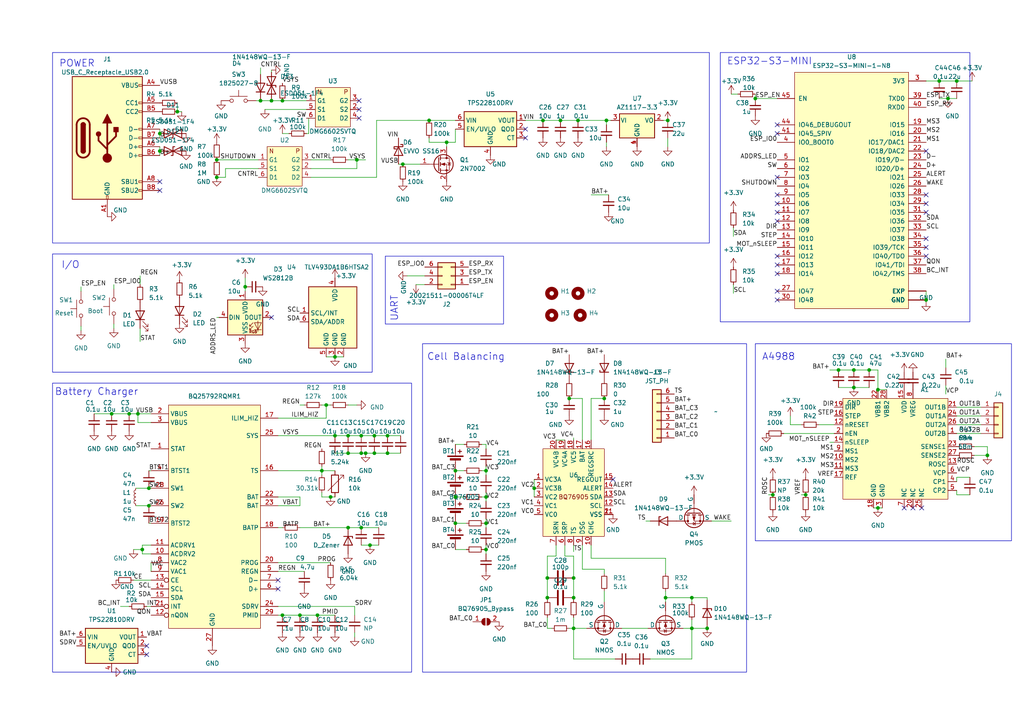
<source format=kicad_sch>
(kicad_sch (version 20230121) (generator eeschema)
  (paper "A4")
  (junction (at 108.585 131.445))
  (junction (at 193.04 173.355))
  (junction (at 274.955 28.575))
  (junction (at 158.75 173.355))
  (junction (at 95.885 144.145))
  (junction (at 94.615 117.475))
  (junction (at 78.74 29.21))
  (junction (at 32.385 120.015))
  (junction (at 167.64 34.925))
  (junction (at 97.155 103.505))
  (junction (at 62.865 51.435))
  (junction (at 112.395 131.445))
  (junction (at 254.635 113.03))
  (junction (at 81.915 178.435))
  (junction (at 140.97 136.525))
  (junction (at 132.08 151.765))
  (junction (at 93.345 136.525))
  (junction (at 247.65 107.315))
  (junction (at 193.675 34.925))
  (junction (at 224.155 143.51))
  (junction (at 124.46 34.925))
  (junction (at 43.18 146.685))
  (junction (at 62.865 46.355))
  (junction (at 157.48 34.925))
  (junction (at 100.965 126.365))
  (junction (at 254.635 147.32))
  (junction (at 154.94 141.605))
  (junction (at 107.315 158.115))
  (junction (at 162.56 34.925))
  (junction (at 116.84 47.625))
  (junction (at 140.97 151.765))
  (junction (at 272.415 23.495))
  (junction (at 252.095 107.315))
  (junction (at 166.37 182.245))
  (junction (at 140.97 144.145))
  (junction (at 104.775 153.035))
  (junction (at 268.605 86.995))
  (junction (at 277.495 23.495))
  (junction (at 112.395 126.365))
  (junction (at 132.08 144.145))
  (junction (at 106.045 131.445))
  (junction (at 243.205 107.315))
  (junction (at 175.895 34.925))
  (junction (at 103.505 46.355))
  (junction (at 46.355 38.735))
  (junction (at 71.12 83.185))
  (junction (at 175.26 115.57))
  (junction (at 166.37 173.355))
  (junction (at 51.435 32.385))
  (junction (at 233.68 143.51))
  (junction (at 132.08 136.525))
  (junction (at 43.18 141.605))
  (junction (at 37.465 120.015))
  (junction (at 205.105 182.245))
  (junction (at 200.66 173.355))
  (junction (at 108.585 126.365))
  (junction (at 219.075 28.575))
  (junction (at 200.66 182.245))
  (junction (at 75.565 29.21))
  (junction (at 46.355 43.815))
  (junction (at 97.155 126.365))
  (junction (at 247.65 112.395))
  (junction (at 92.075 178.435))
  (junction (at 100.965 153.035))
  (junction (at 158.75 167.64))
  (junction (at 165.1 115.57))
  (junction (at 41.275 159.385))
  (junction (at 100.965 131.445))
  (junction (at 40.005 120.015))
  (junction (at 286.385 132.08))
  (junction (at 81.915 29.21))
  (junction (at 86.995 178.435))
  (junction (at 104.775 126.365))
  (junction (at 129.54 41.275))
  (junction (at 166.37 167.64))
  (junction (at 140.97 159.385))
  (junction (at 104.775 131.445))
  (no_connect (at 225.425 59.055))
  (no_connect (at 152.4 40.005))
  (no_connect (at 268.605 69.215))
  (no_connect (at 225.425 36.195))
  (no_connect (at 152.4 37.465))
  (no_connect (at 225.425 86.995))
  (no_connect (at 268.605 43.815))
  (no_connect (at 268.605 56.515))
  (no_connect (at 225.425 79.375))
  (no_connect (at 268.605 71.755))
  (no_connect (at 42.545 187.325))
  (no_connect (at 225.425 74.295))
  (no_connect (at 268.605 59.055))
  (no_connect (at 46.355 55.245))
  (no_connect (at 225.425 56.515))
  (no_connect (at 78.74 92.075))
  (no_connect (at 46.355 52.705))
  (no_connect (at 225.425 61.595))
  (no_connect (at 104.14 29.21))
  (no_connect (at 262.255 147.32))
  (no_connect (at 177.8 139.065))
  (no_connect (at 42.545 189.865))
  (no_connect (at 268.605 74.295))
  (no_connect (at 104.14 34.29))
  (no_connect (at 104.14 31.75))
  (no_connect (at 225.425 38.735))
  (no_connect (at 225.425 76.835))
  (no_connect (at 268.605 61.595))
  (no_connect (at 267.335 147.32))
  (no_connect (at 80.645 170.815))
  (no_connect (at 80.645 168.275))
  (no_connect (at 225.425 64.135))
  (no_connect (at 264.795 147.32))
  (no_connect (at 225.425 51.435))
  (no_connect (at 225.425 84.455))
  (wire (pts (xy 106.045 131.445) (xy 108.585 131.445)))
  (wire (pts (xy 240.665 128.27) (xy 241.935 128.27)))
  (wire (pts (xy 160.02 182.245) (xy 158.75 182.245)))
  (wire (pts (xy 237.49 123.19) (xy 241.935 123.19)))
  (wire (pts (xy 89.535 34.29) (xy 88.9 34.29)))
  (wire (pts (xy 75.565 29.21) (xy 78.74 29.21)))
  (wire (pts (xy 37.465 120.015) (xy 40.005 120.015)))
  (wire (pts (xy 88.9 38.735) (xy 89.535 38.735)))
  (wire (pts (xy 212.725 68.58) (xy 212.725 66.04)))
  (wire (pts (xy 212.09 151.13) (xy 206.375 151.13)))
  (wire (pts (xy 132.08 41.275) (xy 129.54 41.275)))
  (wire (pts (xy 205.105 182.245) (xy 205.105 181.61)))
  (wire (pts (xy 100.965 126.365) (xy 104.775 126.365)))
  (wire (pts (xy 187.96 182.245) (xy 180.34 182.245)))
  (wire (pts (xy 167.64 34.925) (xy 175.895 34.925)))
  (wire (pts (xy 282.575 132.08) (xy 286.385 132.08)))
  (wire (pts (xy 112.395 131.445) (xy 116.205 131.445)))
  (wire (pts (xy 161.29 161.29) (xy 161.29 158.115)))
  (wire (pts (xy 40.64 82.55) (xy 40.64 80.01)))
  (wire (pts (xy 284.48 120.65) (xy 277.495 120.65)))
  (wire (pts (xy 78.74 29.21) (xy 81.915 29.21)))
  (wire (pts (xy 102.87 175.895) (xy 80.645 175.895)))
  (wire (pts (xy 229.235 123.19) (xy 232.41 123.19)))
  (wire (pts (xy 65.405 48.895) (xy 65.405 51.435)))
  (wire (pts (xy 43.815 122.555) (xy 40.005 122.555)))
  (wire (pts (xy 80.645 163.195) (xy 95.885 163.195)))
  (wire (pts (xy 62.865 92.075) (xy 63.5 92.075)))
  (wire (pts (xy 104.775 126.365) (xy 108.585 126.365)))
  (wire (pts (xy 193.04 173.355) (xy 200.66 173.355)))
  (wire (pts (xy 40.005 120.015) (xy 43.815 120.015)))
  (wire (pts (xy 178.435 191.135) (xy 166.37 191.135)))
  (wire (pts (xy 140.97 128.905) (xy 140.97 130.175)))
  (wire (pts (xy 134.62 128.905) (xy 132.08 128.905)))
  (wire (pts (xy 166.37 182.245) (xy 165.1 182.245)))
  (wire (pts (xy 100.965 153.035) (xy 104.775 153.035)))
  (wire (pts (xy 37.465 120.015) (xy 32.385 120.015)))
  (wire (pts (xy 247.65 112.395) (xy 252.095 112.395)))
  (wire (pts (xy 140.97 150.495) (xy 140.97 151.765)))
  (wire (pts (xy 132.08 37.465) (xy 132.08 41.275)))
  (wire (pts (xy 268.605 84.455) (xy 268.605 86.995)))
  (wire (pts (xy 33.02 82.55) (xy 33.02 83.82)))
  (wire (pts (xy 175.26 165.1) (xy 175.26 166.37)))
  (wire (pts (xy 34.925 175.895) (xy 37.465 175.895)))
  (wire (pts (xy 97.155 131.445) (xy 100.965 131.445)))
  (wire (pts (xy 89.535 38.735) (xy 89.535 34.29)))
  (wire (pts (xy 97.155 126.365) (xy 100.965 126.365)))
  (wire (pts (xy 157.48 34.925) (xy 162.56 34.925)))
  (wire (pts (xy 274.32 114.3) (xy 274.32 111.76)))
  (wire (pts (xy 76.835 31.75) (xy 88.9 31.75)))
  (wire (pts (xy 80.645 121.285) (xy 94.615 121.285)))
  (wire (pts (xy 108.585 126.365) (xy 112.395 126.365)))
  (wire (pts (xy 282.575 129.54) (xy 286.385 129.54)))
  (wire (pts (xy 205.105 173.99) (xy 205.105 173.355)))
  (wire (pts (xy 38.735 159.385) (xy 41.275 159.385)))
  (wire (pts (xy 115.57 47.625) (xy 116.84 47.625)))
  (wire (pts (xy 161.29 127.635) (xy 163.83 127.635)))
  (wire (pts (xy 163.83 158.115) (xy 163.83 161.29)))
  (wire (pts (xy 284.48 125.73) (xy 277.495 125.73)))
  (wire (pts (xy 168.91 158.115) (xy 168.91 165.1)))
  (wire (pts (xy 103.505 48.895) (xy 103.505 46.355)))
  (wire (pts (xy 46.355 38.735) (xy 46.355 40.005)))
  (wire (pts (xy 39.37 141.605) (xy 43.18 141.605)))
  (wire (pts (xy 140.97 158.115) (xy 140.97 159.385)))
  (wire (pts (xy 281.94 23.495) (xy 277.495 23.495)))
  (wire (pts (xy 171.45 115.57) (xy 171.45 127.635)))
  (wire (pts (xy 193.675 42.545) (xy 193.675 40.005)))
  (wire (pts (xy 104.775 131.445) (xy 106.045 131.445)))
  (wire (pts (xy 219.075 27.305) (xy 219.075 28.575)))
  (wire (pts (xy 166.37 160.02) (xy 166.37 158.115)))
  (wire (pts (xy 90.17 51.435) (xy 109.22 51.435)))
  (wire (pts (xy 100.965 131.445) (xy 104.775 131.445)))
  (wire (pts (xy 43.815 160.655) (xy 41.275 160.655)))
  (wire (pts (xy 175.26 171.45) (xy 175.26 174.625)))
  (wire (pts (xy 43.18 136.525) (xy 43.815 136.525)))
  (wire (pts (xy 93.345 136.525) (xy 97.155 136.525)))
  (wire (pts (xy 32.385 120.015) (xy 27.305 120.015)))
  (wire (pts (xy 46.355 43.815) (xy 46.355 45.085)))
  (wire (pts (xy 109.22 34.925) (xy 124.46 34.925)))
  (wire (pts (xy 274.32 104.14) (xy 274.32 106.68)))
  (wire (pts (xy 193.04 171.45) (xy 193.04 173.355)))
  (wire (pts (xy 140.97 151.765) (xy 140.335 151.765)))
  (wire (pts (xy 75.565 19.685) (xy 75.565 21.59)))
  (wire (pts (xy 140.97 144.145) (xy 139.7 144.145)))
  (wire (pts (xy 40.005 122.555) (xy 40.005 120.015)))
  (wire (pts (xy 41.275 158.115) (xy 43.815 158.115)))
  (wire (pts (xy 43.815 163.195) (xy 43.815 165.735)))
  (wire (pts (xy 135.255 159.385) (xy 132.08 159.385)))
  (wire (pts (xy 152.4 34.925) (xy 157.48 34.925)))
  (wire (pts (xy 43.18 151.765) (xy 43.815 151.765)))
  (wire (pts (xy 124.46 40.005) (xy 124.46 41.275)))
  (wire (pts (xy 80.645 146.685) (xy 86.995 146.685)))
  (wire (pts (xy 240.665 107.315) (xy 243.205 107.315)))
  (wire (pts (xy 277.495 23.495) (xy 272.415 23.495)))
  (wire (pts (xy 81.915 178.435) (xy 86.995 178.435)))
  (wire (pts (xy 166.37 127) (xy 166.37 127.635)))
  (wire (pts (xy 104.775 158.115) (xy 107.315 158.115)))
  (wire (pts (xy 243.205 107.315) (xy 247.65 107.315)))
  (wire (pts (xy 277.495 142.24) (xy 277.495 143.51)))
  (wire (pts (xy 166.37 167.64) (xy 166.37 173.355)))
  (wire (pts (xy 94.615 117.475) (xy 95.885 117.475)))
  (wire (pts (xy 175.895 36.195) (xy 175.895 34.925)))
  (wire (pts (xy 200.66 174.625) (xy 200.66 173.355)))
  (wire (pts (xy 227.33 125.73) (xy 241.935 125.73)))
  (wire (pts (xy 108.585 131.445) (xy 112.395 131.445)))
  (wire (pts (xy 200.66 179.705) (xy 200.66 182.245)))
  (wire (pts (xy 46.355 37.465) (xy 46.355 38.735)))
  (wire (pts (xy 175.895 34.925) (xy 177.165 34.925)))
  (wire (pts (xy 175.895 42.545) (xy 175.895 41.275)))
  (wire (pts (xy 62.865 46.355) (xy 74.93 46.355)))
  (wire (pts (xy 102.87 184.785) (xy 102.87 183.515)))
  (wire (pts (xy 193.04 173.355) (xy 193.04 174.625)))
  (wire (pts (xy 78.74 28.575) (xy 78.74 29.21)))
  (wire (pts (xy 129.54 41.275) (xy 129.54 42.545)))
  (wire (pts (xy 23.495 94.615) (xy 23.495 95.885)))
  (wire (pts (xy 93.345 117.475) (xy 94.615 117.475)))
  (wire (pts (xy 193.675 34.925) (xy 192.405 34.925)))
  (wire (pts (xy 104.775 153.035) (xy 109.855 153.035)))
  (wire (pts (xy 90.17 48.895) (xy 103.505 48.895)))
  (wire (pts (xy 107.315 158.115) (xy 109.855 158.115)))
  (wire (pts (xy 139.7 128.905) (xy 140.97 128.905)))
  (wire (pts (xy 162.56 34.925) (xy 167.64 34.925)))
  (wire (pts (xy 274.955 28.575) (xy 272.415 28.575)))
  (wire (pts (xy 124.46 34.925) (xy 132.08 34.925)))
  (wire (pts (xy 93.345 135.255) (xy 93.345 136.525)))
  (wire (pts (xy 94.615 121.285) (xy 94.615 117.475)))
  (wire (pts (xy 86.995 153.035) (xy 100.965 153.035)))
  (wire (pts (xy 116.84 47.625) (xy 121.92 47.625)))
  (wire (pts (xy 229.235 120.65) (xy 229.235 123.19)))
  (wire (pts (xy 166.37 179.07) (xy 166.37 182.245)))
  (wire (pts (xy 140.97 136.525) (xy 140.97 137.795)))
  (wire (pts (xy 109.22 51.435) (xy 109.22 34.925)))
  (wire (pts (xy 46.355 42.545) (xy 46.355 43.815)))
  (wire (pts (xy 254.635 147.32) (xy 253.365 147.32)))
  (wire (pts (xy 23.495 83.185) (xy 23.495 84.455)))
  (wire (pts (xy 102.87 178.435) (xy 102.87 175.895)))
  (wire (pts (xy 90.17 46.355) (xy 95.885 46.355)))
  (wire (pts (xy 243.205 112.395) (xy 247.65 112.395)))
  (wire (pts (xy 51.435 29.845) (xy 51.435 32.385)))
  (wire (pts (xy 41.275 159.385) (xy 41.275 158.115)))
  (wire (pts (xy 86.995 117.475) (xy 88.265 117.475)))
  (wire (pts (xy 62.865 51.435) (xy 65.405 51.435)))
  (wire (pts (xy 43.18 141.605) (xy 43.815 141.605)))
  (wire (pts (xy 94.615 103.505) (xy 97.155 103.505)))
  (wire (pts (xy 188.595 191.135) (xy 200.66 191.135)))
  (wire (pts (xy 277.495 139.7) (xy 277.495 138.43)))
  (wire (pts (xy 268.605 23.495) (xy 272.415 23.495)))
  (wire (pts (xy 158.75 161.29) (xy 158.75 167.64)))
  (wire (pts (xy 200.66 173.355) (xy 205.105 173.355)))
  (wire (pts (xy 168.91 115.57) (xy 165.1 115.57)))
  (wire (pts (xy 277.495 143.51) (xy 281.305 143.51)))
  (wire (pts (xy 123.19 80.01) (xy 118.11 80.01)))
  (wire (pts (xy 123.19 82.55) (xy 120.65 82.55)))
  (wire (pts (xy 80.645 126.365) (xy 97.155 126.365)))
  (wire (pts (xy 38.735 168.275) (xy 43.815 168.275)))
  (wire (pts (xy 193.04 161.925) (xy 193.04 166.37)))
  (wire (pts (xy 161.29 161.29) (xy 158.75 161.29)))
  (wire (pts (xy 132.08 144.145) (xy 134.62 144.145)))
  (wire (pts (xy 187.325 151.13) (xy 188.595 151.13)))
  (wire (pts (xy 286.385 129.54) (xy 286.385 132.08)))
  (wire (pts (xy 158.75 173.99) (xy 158.75 173.355)))
  (wire (pts (xy 200.66 182.245) (xy 198.12 182.245)))
  (wire (pts (xy 158.75 167.64) (xy 158.75 173.355)))
  (wire (pts (xy 74.295 29.21) (xy 75.565 29.21)))
  (wire (pts (xy 212.09 27.305) (xy 213.995 27.305)))
  (wire (pts (xy 92.075 178.435) (xy 97.155 178.435)))
  (wire (pts (xy 254.635 147.32) (xy 255.905 147.32)))
  (wire (pts (xy 80.645 178.435) (xy 81.915 178.435)))
  (wire (pts (xy 140.97 135.255) (xy 140.97 136.525)))
  (wire (pts (xy 71.12 83.185) (xy 71.12 84.455)))
  (wire (pts (xy 42.545 175.895) (xy 43.815 175.895)))
  (wire (pts (xy 80.645 144.145) (xy 86.995 144.145)))
  (wire (pts (xy 78.74 20.32) (xy 78.74 20.955)))
  (wire (pts (xy 80.645 136.525) (xy 93.345 136.525)))
  (wire (pts (xy 175.26 165.1) (xy 168.91 165.1)))
  (wire (pts (xy 154.94 139.065) (xy 154.94 141.605)))
  (wire (pts (xy 212.725 85.09) (xy 212.725 82.55)))
  (wire (pts (xy 86.995 144.145) (xy 86.995 146.685)))
  (wire (pts (xy 41.275 159.385) (xy 41.275 160.655)))
  (wire (pts (xy 268.605 86.995) (xy 268.605 87.63)))
  (wire (pts (xy 232.41 143.51) (xy 233.68 143.51)))
  (wire (pts (xy 284.48 118.11) (xy 277.495 118.11)))
  (wire (pts (xy 154.94 141.605) (xy 154.94 144.145)))
  (wire (pts (xy 40.64 99.06) (xy 40.64 95.25)))
  (wire (pts (xy 43.18 146.685) (xy 39.37 146.685)))
  (wire (pts (xy 254.635 107.315) (xy 254.635 113.03)))
  (wire (pts (xy 97.155 103.505) (xy 99.695 103.505)))
  (wire (pts (xy 284.48 123.19) (xy 277.495 123.19)))
  (wire (pts (xy 71.12 80.645) (xy 71.12 83.185)))
  (wire (pts (xy 277.495 138.43) (xy 281.305 138.43)))
  (wire (pts (xy 140.97 144.145) (xy 140.97 145.415)))
  (wire (pts (xy 140.97 142.875) (xy 140.97 144.145)))
  (wire (pts (xy 140.97 159.385) (xy 140.335 159.385)))
  (wire (pts (xy 95.885 144.145) (xy 97.155 144.145)))
  (wire (pts (xy 93.345 136.525) (xy 93.345 137.795)))
  (wire (pts (xy 254.635 113.03) (xy 257.175 113.03)))
  (wire (pts (xy 200.66 191.135) (xy 200.66 182.245)))
  (wire (pts (xy 132.08 136.525) (xy 134.62 136.525)))
  (wire (pts (xy 103.505 46.355) (xy 100.965 46.355)))
  (wire (pts (xy 171.45 115.57) (xy 175.26 115.57)))
  (wire (pts (xy 171.45 161.925) (xy 193.04 161.925)))
  (wire (pts (xy 86.995 178.435) (xy 92.075 178.435)))
  (wire (pts (xy 140.97 159.385) (xy 140.97 160.655)))
  (wire (pts (xy 52.705 32.385) (xy 51.435 32.385)))
  (wire (pts (xy 100.965 117.475) (xy 103.505 117.475)))
  (wire (pts (xy 171.45 158.115) (xy 171.45 161.925)))
  (wire (pts (xy 43.18 146.685) (xy 43.815 146.685)))
  (wire (pts (xy 168.91 127.635) (xy 168.91 115.57)))
  (wire (pts (xy 112.395 126.365) (xy 116.205 126.365)))
  (wire (pts (xy 93.345 142.875) (xy 93.345 144.145)))
  (wire (pts (xy 225.425 28.575) (xy 219.075 28.575)))
  (wire (pts (xy 277.495 28.575) (xy 274.955 28.575)))
  (wire (pts (xy 163.83 161.29) (xy 166.37 161.29)))
  (wire (pts (xy 158.75 179.07) (xy 158.75 182.245)))
  (wire (pts (xy 252.095 107.315) (xy 254.635 107.315)))
  (wire (pts (xy 135.255 151.765) (xy 132.08 151.765)))
  (wire (pts (xy 170.18 182.245) (xy 166.37 182.245)))
  (wire (pts (xy 247.65 107.315) (xy 252.095 107.315)))
  (wire (pts (xy 81.915 38.735) (xy 83.82 38.735)))
  (wire (pts (xy 222.885 143.51) (xy 224.155 143.51)))
  (wire (pts (xy 205.105 182.245) (xy 200.66 182.245)))
  (wire (pts (xy 140.97 151.765) (xy 140.97 153.035)))
  (wire (pts (xy 124.46 41.275) (xy 129.54 41.275)))
  (wire (pts (xy 166.37 161.29) (xy 166.37 167.64)))
  (wire (pts (xy 166.37 191.135) (xy 166.37 182.245)))
  (wire (pts (xy 93.345 144.145) (xy 95.885 144.145)))
  (wire (pts (xy 74.93 48.895) (xy 65.405 48.895)))
  (wire (pts (xy 171.45 56.515) (xy 176.53 56.515)))
  (wire (pts (xy 166.37 173.99) (xy 166.37 173.355)))
  (wire (pts (xy 81.915 29.21) (xy 88.9 29.21)))
  (wire (pts (xy 140.97 136.525) (xy 139.7 136.525)))
  (wire (pts (xy 80.645 165.735) (xy 88.265 165.735)))
  (wire (pts (xy 81.915 153.035) (xy 80.645 153.035)))
  (wire (pts (xy 106.045 46.355) (xy 103.505 46.355)))
  (wire (pts (xy 33.02 93.98) (xy 33.02 95.25)))
  (rectangle (start 15.24 111.125) (end 119.38 194.945))
  (rectangle (start 208.915 15.24) (end 281.305 93.345))
  (rectangle (start 146.05 74.295) (end 111.76 93.98))
  (rectangle (start 122.555 99.695) (end 216.535 194.945))
  (rectangle (start 15.24 15.24) (end 205.74 70.485))
  (rectangle (start 15.24 73.66) (end 107.95 107.95))
  (rectangle (start 219.075 99.695) (end 293.37 156.845))
  (text "					" (at 49.53 94.615 0) (effects (font (size 5.08 5.08)) (justify left bottom)))
  (text "Battery Charger\n" (at 15.875 114.935 0) (effects (font (size 2.032 2.032)) (justify left bottom)))
  (text "POWER\n" (at 17.145 19.685 0) (effects (font (size 2 2)) (justify left bottom)))
  (text "Cell Balancing" (at 123.825 104.775 0) (effects (font (size 2.032 2.032)) (justify left bottom)))
  (text "I/O\n" (at 17.78 78.105 0) (effects (font (size 2 2)) (justify left bottom)))
  (text "UART\n" (at 115.57 93.345 90) (effects (font (size 2.032 2.032)) (justify left bottom)))
  (text "ESP32-S3-MINI\n" (at 210.82 19.05 0) (effects (font (size 2 2)) (justify left bottom)))
  (text "A4988\n" (at 220.98 104.775 0) (effects (font (size 2.032 2.032)) (justify left bottom)))
  (label "ALERT" (at 268.605 51.435 0))
  (label "SCL" (at 43.815 170.815 180))
  (label "VIN" (at 154.94 34.925 180))
  (label "VSYS" (at 106.045 46.355 180))
  (label "ILIM_HIZ" (at 84.455 121.285 0))
  (label "BAT+" (at 132.08 128.905 180))
  (label "MS3" (at 241.935 135.89 180))
  (label "SW" (at 88.9 34.29 180))
  (label "STAT" (at 40.64 99.06 0))
  (label "CNTRL" (at 90.17 46.355 0))
  (label "VREF" (at 241.935 138.43 180))
  (label "BAT+" (at 90.805 153.035 0))
  (label "QON" (at 268.605 76.835 0))
  (label "BAT_C3" (at 132.08 136.525 180))
  (label "MS3" (at 268.605 36.195 0))
  (label "OUT1A" (at 278.13 120.65 0))
  (label "BAT_C1" (at 132.08 151.765 180))
  (label "VC2" (at 140.97 144.78 0))
  (label "SDA" (at 177.8 144.145 0))
  (label "OUT2B" (at 278.13 125.73 0))
  (label "STAT" (at 43.815 130.175 180))
  (label "STEP" (at 225.425 69.215 180))
  (label "D-" (at 46.355 40.005 0))
  (label "VC0" (at 154.94 149.225 180))
  (label "STEP" (at 241.935 120.65 180))
  (label "ROSC" (at 277.495 134.62 0))
  (label "ESP_RX" (at 268.605 31.115 0))
  (label "SW2" (at 43.18 146.685 0))
  (label "TS" (at 187.325 151.13 180))
  (label "DIR" (at 241.935 118.11 180))
  (label "BAT+" (at 171.45 56.515 0))
  (label "ALERT" (at 177.8 141.605 0))
  (label "ADDRS_LED" (at 225.425 46.355 180))
  (label "SDRV" (at 22.225 187.325 180))
  (label "VC3" (at 140.97 136.525 0))
  (label "CNTRL" (at 74.93 51.435 180))
  (label "ESP_TX" (at 135.89 80.01 0))
  (label "REGN" (at 86.995 117.475 180))
  (label "SHUTDOWN" (at 74.295 46.355 180))
  (label "BTST2" (at 43.18 151.765 0))
  (label "ROSC" (at 222.885 143.51 90))
  (label "VC4" (at 166.37 127 180))
  (label "VUSB" (at 39.37 120.015 0))
  (label "BAT+" (at 195.58 116.84 0))
  (label "MS1" (at 241.935 130.81 180))
  (label "BAT_C0" (at 132.08 159.385 180))
  (label "SCL" (at 212.725 85.09 0))
  (label "WAKE" (at 268.605 53.975 0))
  (label "VBAT" (at 81.915 146.685 0))
  (label "ADDRS_LED" (at 62.865 92.075 270))
  (label "OUT2A" (at 278.13 123.19 0))
  (label "BAT_C0" (at 158.75 182.245 180))
  (label "VREF" (at 232.41 143.51 90))
  (label "TS" (at 166.37 160.02 0))
  (label "BAT_C0" (at 195.58 127 0))
  (label "MOT_nSLEEP" (at 225.425 71.755 180))
  (label "ESP_RX" (at 135.89 77.47 0))
  (label "CE" (at 38.735 168.275 0))
  (label "BAT_C0" (at 137.16 180.34 180))
  (label "SCL" (at 86.995 90.805 180))
  (label "BAT+" (at 240.665 107.315 180))
  (label "VCP" (at 274.32 114.3 0))
  (label "BC_INT" (at 34.925 175.895 180))
  (label "BAT_C2" (at 132.08 144.145 180))
  (label "CNTRL" (at 75.565 19.685 0))
  (label "VIN" (at 115.57 40.005 180))
  (label "VUSB" (at 46.355 24.765 0))
  (label "VC4" (at 140.97 129.54 0))
  (label "REGN" (at 40.64 80.01 0))
  (label "TS" (at 195.58 114.3 0))
  (label "SDA" (at 86.995 93.345 180))
  (label "BAT+" (at 165.1 102.87 180))
  (label "ESP_IO0" (at 33.02 82.55 0))
  (label "BTST1" (at 43.18 136.525 0))
  (label "BAT+" (at 22.225 184.785 180))
  (label "VBAT" (at 42.545 184.785 0))
  (label "VC1" (at 154.94 146.685 180))
  (label "MS2" (at 241.935 133.35 180))
  (label "VC2" (at 154.94 141.605 180))
  (label "BAT+" (at 175.26 102.87 180))
  (label "WAKE" (at 212.09 151.13 180))
  (label "QON" (at 43.815 178.435 180))
  (label "DIR" (at 225.425 66.675 180))
  (label "SCL" (at 268.605 66.675 0))
  (label "ESP_EN" (at 23.495 83.185 0))
  (label "INT" (at 42.545 175.895 0))
  (label "ESP_TX" (at 268.605 28.575 0))
  (label "VSYS" (at 81.915 126.365 0))
  (label "BAT+" (at 274.32 104.14 0))
  (label "VC1" (at 140.97 152.4 0))
  (label "REGN" (at 80.645 165.735 0))
  (label "SDA" (at 43.815 173.355 180))
  (label "PROG" (at 92.075 163.195 0))
  (label "SDRV" (at 102.87 175.895 0))
  (label "MS2" (at 268.605 38.735 0))
  (label "BC_INT" (at 268.605 79.375 0))
  (label "SDA" (at 212.725 68.58 0))
  (label "MOT_nSLEEP" (at 240.665 128.27 180))
  (label "SCL" (at 177.8 146.685 0))
  (label "VSYS" (at 81.915 24.13 0))
  (label "VC0" (at 140.97 159.385 0))
  (label "D-" (at 268.605 46.355 0))
  (label "SDA" (at 268.605 64.135 0))
  (label "REGN" (at 93.345 130.175 180))
  (label "SW1" (at 43.18 141.605 0))
  (label "VAC" (at 43.815 164.465 0))
  (label "BAT_C3" (at 195.58 119.38 0))
  (label "BAT_C1" (at 195.58 124.46 0))
  (label "ESP_IO0" (at 225.425 41.275 180))
  (label "ESP_EN" (at 219.075 28.575 0))
  (label "SHUTDOWN" (at 225.425 53.975 180))
  (label "VC3" (at 161.29 127.635 180))
  (label "MS1" (at 268.605 41.275 0))
  (label "BATP" (at 81.915 153.035 0))
  (label "D+" (at 46.355 45.085 0))
  (label "ESP_EN" (at 135.89 82.55 0))
  (label "ESP_IO0" (at 123.19 77.47 180))
  (label "SW" (at 225.425 48.895 180))
  (label "VCP" (at 277.495 137.16 0))
  (label "PMID" (at 93.345 178.435 0))
  (label "OUT1B" (at 278.13 118.11 0))
  (label "D+" (at 268.605 48.895 0))
  (label "VUSB" (at 115.57 47.625 180))
  (label "BAT_C2" (at 195.58 121.92 0))
  (symbol (lib_id "Device:C_Small") (at 97.155 128.905 0) (unit 1)
    (property "Reference" "C11" (at 94.615 122.555 0) (effects (justify left)))
    (property "Value" "0.1u" (at 93.345 125.095 0) (effects (justify left)))
    (property "Footprint" "Capacitor_SMD:C_0402_1005Metric" (effects hide))
  )
  (symbol (lib_id "power:GND") (at 177.8 149.225 0) (unit 1)
    (property "Reference" "#PWR050" (effects hide))
    (property "Value" "GND" (at 177.8 153.67 0))
  )
  (symbol (lib_id "Connector_Generic:Conn_01x06") (at 190.5 121.92 180) (unit 1)
    (property "Reference" "J3" (at 190.5 107.95 0))
    (property "Value" "JST_PH" (at 190.5 110.49 0))
    (property "Footprint" "Connector_JST:JST_PH_B6B-PH-K_1x06_P2.00mm_Vertical" (effects hide))
  )
  (symbol (lib_id "power:GND") (at 224.155 148.59 0) (unit 1)
    (property "Reference" "#PWR062" (effects hide))
    (property "Value" "GND" (at 224.155 153.67 0))
  )
  (symbol (lib_id "LED:WS2812B") (at 71.12 92.075 0) (unit 1)
    (property "Reference" "D3" (at 80.645 78.105 0))
    (property "Value" "WS2812B" (at 80.645 80.645 0))
    (property "Footprint" "LED_SMD:LED_WS2812B_PLCC4_5.0x5.0mm_P3.2mm" (effects hide))
    (property "Datasheet" "https://cdn-shop.adafruit.com/datasheets/WS2812B.pdf" (effects hide))
  )
  (symbol (lib_id "power:GND") (at 103.505 117.475 90) (unit 1)
    (property "Reference" "#PWR033" (effects hide))
    (property "Value" "GND" (at 107.315 118.11 90) (effects (justify right)))
  )
  (symbol (lib_id "power:GND") (at 97.155 103.505 0) (unit 1)
    (property "Reference" "#PWR029" (effects hide))
    (property "Value" "GND" (at 101.6 106.045 0))
  )
  (symbol (lib_id "Device:R_Small") (at 234.95 123.19 90) (unit 1)
    (property "Reference" "R42" (at 236.855 120.65 90) (effects (justify left)))
    (property "Value" "100k" (at 236.855 118.11 90) (effects (justify left)))
    (property "Footprint" "Resistor_SMD:R_0402_1005Metric" (effects hide))
  )
  (symbol (lib_id "Device:Battery_Cell") (at 132.08 141.605 0) (unit 1)
    (property "Reference" "BT2" (at 128.27 138.43 0) (effects (justify left)))
    (property "Value" "Battery_Cell" (effects hide))
  )
  (symbol (lib_id "Device:C_Small") (at 252.095 109.855 0) (unit 1)
    (property "Reference" "C41" (at 252.095 103.505 0) (effects (justify left)))
    (property "Value" "47u" (at 252.095 105.41 0) (effects (justify left)))
    (property "Footprint" "Capacitor_SMD:CP_Elec_6.3x5.4" (effects hide))
  )
  (symbol (lib_id "Device:C_Small") (at 274.32 109.22 0) (unit 1)
    (property "Reference" "C45" (at 276.86 107.9563 0) (effects (justify left)))
    (property "Value" "0.1u" (at 278.13 110.49 0) (effects (justify left)))
    (property "Footprint" "Capacitor_SMD:C_0402_1005Metric" (effects hide))
  )
  (symbol (lib_id "Connector:USB_C_Receptacle_USB2.0") (at 31.115 40.005 0) (unit 1)
    (property "Reference" "J1" (at 31.115 17.145 0))
    (property "Value" "USB_C_Receptacle_USB2.0" (at 30.48 20.955 0))
    (property "Footprint" "Connector_USB:USB_C_Receptacle_JAE_DX07S016JA1R1500" (effects hide))
    (property "Datasheet" "https://www.usb.org/sites/default/files/documents/usb_type-c.zip" (effects hide))
  )
  (symbol (lib_id "power:+3.3V") (at 262.255 107.95 0) (unit 1)
    (property "Reference" "#PWR068" (effects hide))
    (property "Value" "+3.3V" (at 260.985 102.87 0))
  )
  (symbol (lib_id "Device:C_Small") (at 264.795 110.49 0) (unit 1)
    (property "Reference" "C43" (at 267.335 109.2263 0) (effects (justify left)))
    (property "Value" "0.22u" (at 267.335 111.7663 0) (effects (justify left)))
    (property "Footprint" "Capacitor_SMD:C_0402_1005Metric" (effects hide))
  )
  (symbol (lib_id "Device:C_Small") (at 100.965 128.905 0) (unit 1)
    (property "Reference" "C13" (at 98.425 122.555 0) (effects (justify left)))
    (property "Value" "10u" (at 98.425 125.095 0) (effects (justify left)))
    (property "Footprint" "Capacitor_SMD:C_0603_1608Metric" (effects hide))
  )
  (symbol (lib_id "ESP32-S3-MINI-1-N8:ESP32-S3-MINI-1-N8") (at 247.015 53.975 0) (unit 1)
    (property "Reference" "U8" (at 247.015 16.51 0))
    (property "Value" "ESP32-S3-MINI-1-N8" (at 247.015 19.05 0))
    (property "Footprint" "XCVR_ESP32-S3-MINI-1-N8:XCVR_ESP32-S3-MINI-1-N8" (effects hide))
    (property "PARTREV" "v0.6" (effects hide))
    (property "STANDARD" "Manufacturer Recommendations" (effects hide))
    (property "MAXIMUM_PACKAGE_HEIGHT" "2.55mm" (effects hide))
    (property "MANUFACTURER" "Espressif" (effects hide))
  )
  (symbol (lib_id "Device:C_Small") (at 175.26 118.11 0) (unit 1)
    (property "Reference" "C32" (at 177.8 116.8463 0) (effects (justify left)))
    (property "Value" "1u" (at 177.8 119.3863 0) (effects (justify left)))
    (property "Footprint" "Capacitor_SMD:C_0402_1005Metric" (effects hide))
  )
  (symbol (lib_id "power:+3.3V") (at 281.94 23.495 0) (unit 1)
    (property "Reference" "#PWR072" (effects hide))
    (property "Value" "+3.3V" (at 281.94 19.685 0))
  )
  (symbol (lib_id "power:GND") (at 53.975 38.735 0) (unit 1)
    (property "Reference" "#PWR075" (effects hide))
    (property "Value" "GND" (at 53.975 43.18 0))
  )
  (symbol (lib_id "power:GND") (at 233.68 148.59 0) (unit 1)
    (property "Reference" "#PWR065" (effects hide))
    (property "Value" "GND" (at 233.68 153.67 0))
  )
  (symbol (lib_id "Device:L_Small") (at 39.37 144.145 180) (unit 1)
    (property "Reference" "L1" (at 35.56 142.875 0) (effects (justify right)))
    (property "Value" "1u" (at 35.56 145.415 0) (effects (justify right)))
    (property "Footprint" "Inductor_SMD:L_Sunlord_MWSA0402S" (effects hide))
  )
  (symbol (lib_id "Device:R_Small") (at 193.04 168.91 0) (unit 1)
    (property "Reference" "R32" (at 195.58 167.64 0) (effects (justify left)))
    (property "Value" "5.1k" (at 195.58 170.18 0) (effects (justify left)))
    (property "Footprint" "Resistor_SMD:R_0402_1005Metric" (effects hide))
  )
  (symbol (lib_id "Device:R_Small") (at 95.885 165.735 0) (unit 1)
    (property "Reference" "R15" (at 98.425 165.1 0) (effects (justify left)))
    (property "Value" "6.04k" (at 98.425 167.64 0) (effects (justify left)))
    (property "Footprint" "Resistor_SMD:R_0402_1005Metric" (effects hide))
  )
  (symbol (lib_id "Device:D_Zener") (at 192.405 151.13 0) (unit 1)
    (property "Reference" "D9" (at 192.405 144.78 0))
    (property "Value" "1N4148WQ-13-F" (at 192.405 147.32 0))
    (property "Footprint" "Diode_SMD:D_SOD-123" (effects hide))
  )
  (symbol (lib_id "Device:D_Zener") (at 205.105 177.8 270) (unit 1)
    (property "Reference" "D10" (at 207.01 176.53 90) (effects (justify left)))
    (property "Value" "1N4148WQ-13-F" (at 207.01 179.07 90) (effects (justify left)))
    (property "Footprint" "Diode_SMD:D_SOD-123" (effects hide))
  )
  (symbol (lib_id "power:GND") (at 162.56 40.005 0) (unit 1)
    (property "Reference" "#PWR044" (effects hide))
    (property "Value" "GND" (at 162.56 45.085 0))
  )
  (symbol (lib_id "Device:C_Small") (at 97.155 180.975 0) (unit 1)
    (property "Reference" "C12" (at 97.155 179.705 0) (effects (justify left)))
    (property "Value" "10u" (at 97.155 182.245 0) (effects (justify left)))
    (property "Footprint" "Capacitor_SMD:C_0603_1608Metric" (effects hide))
  )
  (symbol (lib_id "Device:C_Small") (at 180.975 191.135 90) (unit 1)
    (property "Reference" "C35" (at 180.9813 184.15 90))
    (property "Value" "0.1u" (at 180.9813 186.69 90))
    (property "Footprint" "Capacitor_SMD:C_0402_1005Metric" (effects hide))
  )
  (symbol (lib_id "power:GND") (at 31.115 62.865 90) (unit 1)
    (property "Reference" "#PWR03" (effects hide))
    (property "Value" "GND" (at 34.925 60.96 90))
  )
  (symbol (lib_id "power:GND") (at 129.54 52.705 0) (unit 1)
    (property "Reference" "#PWR039" (effects hide))
    (property "Value" "GND" (at 129.54 57.785 0))
  )
  (symbol (lib_id "power:GND") (at 254.635 147.32 0) (unit 1)
    (property "Reference" "#PWR067" (effects hide))
    (property "Value" "GND" (at 254.635 152.4 0))
  )
  (symbol (lib_id "Device:C_Small") (at 104.775 128.905 0) (unit 1)
    (property "Reference" "C15" (at 102.235 122.555 0) (effects (justify left)))
    (property "Value" "10u" (at 102.235 125.095 0) (effects (justify left)))
    (property "Footprint" "Capacitor_SMD:C_0603_1608Metric" (effects hide))
  )
  (symbol (lib_id "Device:C_Small") (at 140.97 140.335 0) (unit 1)
    (property "Reference" "C22" (at 144.145 139.0713 0) (effects (justify left)))
    (property "Value" "220nf" (at 144.145 141.6113 0) (effects (justify left)))
    (property "Footprint" "Capacitor_SMD:C_0402_1005Metric" (effects hide))
  )
  (symbol (lib_id "Device:R_Small") (at 137.16 128.905 90) (unit 1)
    (property "Reference" "R21" (at 137.16 123.825 90))
    (property "Value" "10" (at 137.16 126.365 90))
    (property "Footprint" "Resistor_SMD:R_0402_1005Metric" (effects hide))
  )
  (symbol (lib_id "Device:R_Small") (at 175.26 113.03 0) (unit 1)
    (property "Reference" "R30" (at 177.8 111.76 0) (effects (justify left)))
    (property "Value" "0" (at 177.8 114.3 0) (effects (justify left)))
    (property "Footprint" "Resistor_SMD:R_0402_1005Metric" (effects hide))
  )
  (symbol (lib_id "power:GND") (at 102.87 184.785 0) (unit 1)
    (property "Reference" "#PWR032" (effects hide))
    (property "Value" "GND" (at 106.68 186.055 0))
  )
  (symbol (lib_id "Device:C_Small") (at 32.385 122.555 0) (unit 1)
    (property "Reference" "C2" (at 29.845 116.84 0) (effects (justify left)))
    (property "Value" "10u" (at 29.845 118.745 0) (effects (justify left)))
    (property "Footprint" "Capacitor_SMD:C_0603_1608Metric" (effects hide))
  )
  (symbol (lib_id "power:GND") (at 88.265 170.815 0) (unit 1)
    (property "Reference" "#PWR024" (effects hide))
    (property "Value" "GND" (at 88.265 175.895 0))
  )
  (symbol (lib_id "power:GND") (at 33.655 168.275 0) (unit 1)
    (property "Reference" "#PWR07" (effects hide))
    (property "Value" "GND" (at 36.83 170.18 0))
  )
  (symbol (lib_id "Device:D_Schottky") (at 115.57 43.815 270) (unit 1)
    (property "Reference" "D6" (at 116.84 41.275 90) (effects (justify left)))
    (property "Value" "EVVO SS16" (at 116.84 43.815 90) (effects (justify left)))
    (property "Footprint" "Diode_SMD:D_SMA" (effects hide))
  )
  (symbol (lib_id "Simulation_SPICE:NMOS") (at 193.04 179.705 90) (mirror x) (unit 1)
    (property "Reference" "Q3" (at 193.04 186.69 90))
    (property "Value" "NMOS" (at 193.04 189.23 90))
    (property "Footprint" "Package_TO_SOT_SMD:SOT-23" (effects hide))
    (property "Datasheet" "https://ngspice.sourceforge.io/docs/ngspice-manual.pdf" (effects hide))
    (property "Sim.Device" "NMOS" (effects hide))
    (property "Sim.Type" "VDMOS" (effects hide))
    (property "Sim.Pins" "1=D 2=G 3=S" (effects hide))
  )
  (symbol (lib_id "power:GND") (at 76.2 83.185 0) (unit 1)
    (property "Reference" "#PWR019" (effects hide))
    (property "Value" "GND" (at 76.2 88.265 0))
  )
  (symbol (lib_id "Device:C_Small") (at 247.65 109.855 0) (unit 1)
    (property "Reference" "C40" (at 246.38 103.505 0) (effects (justify left)))
    (property "Value" "0.1u" (at 246.38 105.41 0) (effects (justify left)))
    (property "Footprint" "Capacitor_SMD:C_0402_1005Metric" (effects hide))
  )
  (symbol (lib_id "Device:C_Small") (at 116.205 128.905 0) (unit 1)
    (property "Reference" "C20" (at 113.665 122.555 0) (effects (justify left)))
    (property "Value" "10u" (at 113.665 125.095 0) (effects (justify left)))
    (property "Footprint" "Capacitor_SMD:C_0603_1608Metric" (effects hide))
  )
  (symbol (lib_id "Device:R_Small") (at 36.195 168.275 270) (unit 1)
    (property "Reference" "R1" (at 35.56 166.37 90) (effects (justify right)))
    (property "Value" "10k" (at 39.37 166.37 90) (effects (justify right)))
    (property "Footprint" "Resistor_SMD:R_0402_1005Metric" (effects hide))
  )
  (symbol (lib_id "Simulation_SPICE:PMOS") (at 201.295 148.59 90) (mirror x) (unit 1)
    (property "Reference" "Q4" (at 201.295 154.94 90))
    (property "Value" "PMOS" (at 201.295 157.48 90))
    (property "Footprint" "Package_TO_SOT_SMD:SOT-23" (effects hide))
    (property "Datasheet" "https://ngspice.sourceforge.io/docs/ngspice-manual.pdf" (effects hide))
    (property "Sim.Device" "PMOS" (effects hide))
    (property "Sim.Type" "VDMOS" (effects hide))
    (property "Sim.Pins" "1=D 2=G 3=S" (effects hide))
  )
  (symbol (lib_id "power:GND") (at 157.48 40.005 0) (unit 1)
    (property "Reference" "#PWR043" (effects hide))
    (property "Value" "GND" (at 157.48 45.085 0))
  )
  (symbol (lib_id "power:GND") (at 144.78 180.34 0) (unit 1)
    (property "Reference" "#PWR042" (effects hide))
    (property "Value" "GND" (at 144.78 185.42 0))
  )
  (symbol (lib_id "power:GND") (at 264.795 107.95 180) (unit 1)
    (property "Reference" "#PWR069" (effects hide))
    (property "Value" "GND" (at 266.065 102.87 0))
  )
  (symbol (lib_id "power:GND") (at 193.675 42.545 0) (unit 1)
    (property "Reference" "#PWR053" (effects hide))
    (property "Value" "GND" (at 193.675 47.625 0))
  )
  (symbol (lib_id "power:GND") (at 167.64 40.005 0) (unit 1)
    (property "Reference" "#PWR046" (effects hide))
    (property "Value" "GND" (at 167.64 45.085 0))
  )
  (symbol (lib_id "Device:R_Small") (at 62.865 48.895 0) (unit 1)
    (property "Reference" "R8" (at 57.15 47.625 0) (effects (justify left)))
    (property "Value" "1M" (at 57.15 50.165 0) (effects (justify left)))
    (property "Footprint" "Resistor_SMD:R_0402_1005Metric" (effects hide))
  )
  (symbol (lib_id "Connector_Generic:Conn_01x04") (at 289.56 120.65 0) (unit 1)
    (property "Reference" "J4" (at 288.29 114.3 0) (effects (justify left)))
    (property "Value" "Conn_01x04" (effects hide))
    (property "Footprint" "Connector_JST:JST_PH_B4B-PH-K_1x04_P2.00mm_Vertical" (effects hide))
  )
  (symbol (lib_id "Device:C_Small") (at 102.87 180.975 0) (unit 1)
    (property "Reference" "C14" (at 105.41 179.7113 0) (effects (justify left)))
    (property "Value" "NP" (at 105.41 182.2513 0) (effects (justify left)))
    (property "Footprint" "Capacitor_SMD:C_0402_1005Metric" (effects hide))
  )
  (symbol (lib_id "Device:Battery_Cell") (at 132.08 149.225 0) (unit 1)
    (property "Reference" "BT3" (at 128.27 146.05 0) (effects (justify left)))
    (property "Value" "Battery_Cell" (effects hide))
  )
  (symbol (lib_id "Device:D_Zener") (at 100.965 156.845 270) (unit 1)
    (property "Reference" "D5" (at 93.345 155.575 90) (effects (justify left)))
    (property "Value" "D_Zener" (at 90.805 158.115 90) (effects (justify left)))
    (property "Footprint" "Diode_SMD:D_SOD-323F" (effects hide))
  )
  (symbol (lib_id "power:GND") (at 107.315 158.115 0) (unit 1)
    (property "Reference" "#PWR035" (effects hide))
    (property "Value" "GND" (at 107.315 163.195 0))
  )
  (symbol (lib_id "power:GND") (at 27.305 125.095 0) (unit 1)
    (property "Reference" "#PWR02" (effects hide))
    (property "Value" "GND" (at 27.305 130.175 0))
  )
  (symbol (lib_id "power:+3.3V") (at 212.725 60.96 0) (unit 1)
    (property "Reference" "#PWR057" (effects hide))
    (property "Value" "+3.3V" (at 212.725 55.88 0))
  )
  (symbol (lib_id "power:+3.3V") (at 71.12 80.645 0) (unit 1)
    (property "Reference" "#PWR017" (effects hide))
    (property "Value" "+3.3V" (at 71.12 75.565 0))
  )
  (symbol (lib_id "Switch:SW_Push") (at 69.215 29.21 0) (unit 1)
    (property "Reference" "SW3" (at 69.215 21.59 0))
    (property "Value" "1825027-8" (at 69.215 24.13 0))
    (property "Footprint" "Button_THT:SW2_1825027-C_TEC" (effects hide))
  )
  (symbol (lib_id "power:+3.3V") (at 212.09 27.305 0) (unit 1)
    (property "Reference" "#PWR056" (effects hide))
    (property "Value" "+3.3V" (at 212.09 23.495 0))
  )
  (symbol (lib_id "Power_Management:TPS22810DRV") (at 32.385 187.325 0) (unit 1)
    (property "Reference" "U1" (at 32.385 177.165 0))
    (property "Value" "TPS22810DRV" (at 32.385 179.705 0))
    (property "Footprint" "Package_SON:WSON-6-1EP_2x2mm_P0.65mm_EP1x1.6mm" (effects hide))
    (property "Datasheet" "http://www.ti.com/lit/ds/symlink/tps22810.pdf" (effects hide))
  )
  (symbol (lib_id "power:GND") (at 274.955 28.575 0) (mirror y) (unit 1)
    (property "Reference" "#PWR071" (effects hide))
    (property "Value" "GND" (at 276.225 33.655 0))
  )
  (symbol (lib_id "power:+3.3V") (at 120.65 82.55 180) (unit 1)
    (property "Reference" "#PWR038" (effects hide))
    (property "Value" "+3.3V" (at 120.65 87.63 0))
  )
  (symbol (lib_id "Device:R_Small") (at 137.795 151.765 90) (unit 1)
    (property "Reference" "R24" (at 137.795 146.685 90))
    (property "Value" "10" (at 137.795 149.225 90))
    (property "Footprint" "Resistor_SMD:R_0402_1005Metric" (effects hide))
  )
  (symbol (lib_id "Mosfet Arrays:DMG6602SV") (at 96.52 33.02 0) (unit 1)
    (property "Reference" "U3" (at 96.52 23.495 0))
    (property "Value" "DMG6602SVTQ" (at 96.52 38.1 0))
    (property "Footprint" "Package_TO_SOT_SMD:TSOT-23-6" (effects hide))
  )
  (symbol (lib_id "power:GND") (at 37.465 125.095 0) (unit 1)
    (property "Reference" "#PWR08" (effects hide))
    (property "Value" "GND" (at 37.465 130.175 0))
  )
  (symbol (lib_id "power:GND") (at 23.495 95.885 0) (unit 1)
    (property "Reference" "#PWR01" (effects hide))
    (property "Value" "GND" (at 23.495 100.965 0))
  )
  (symbol (lib_id "power:+3.3V") (at 62.865 41.275 0) (unit 1)
    (property "Reference" "#PWR014" (effects hide))
    (property "Value" "+3.3V" (at 62.865 37.465 0))
  )
  (symbol (lib_id "power:+3.3V") (at 212.725 77.47 0) (unit 1)
    (property "Reference" "#PWR058" (effects hide))
    (property "Value" "+3.3V" (at 212.725 72.39 0))
  )
  (symbol (lib_id "Device:D_Zener") (at 175.26 106.68 90) (unit 1)
    (property "Reference" "D8" (at 177.8 105.41 90) (effects (justify right)))
    (property "Value" "1N4148WQ-13-F" (at 177.8 107.95 90) (effects (justify right)))
    (property "Footprint" "Diode_SMD:D_SOD-123" (effects hide))
  )
  (symbol (lib_id "Device:R_Small") (at 84.455 153.035 90) (unit 1)
    (property "Reference" "R10" (at 84.455 155.575 90))
    (property "Value" "100" (at 84.455 158.115 90))
    (property "Footprint" "Resistor_SMD:R_0402_1005Metric" (effects hide))
  )
  (symbol (lib_id "power:GND") (at 62.865 51.435 0) (unit 1)
    (property "Reference" "#PWR015" (effects hide))
    (property "Value" "GND" (at 59.055 52.705 0))
  )
  (symbol (lib_id "Device:C_Small") (at 219.075 31.115 0) (unit 1)
    (property "Reference" "C38" (at 213.36 29.845 0) (effects (justify left)))
    (property "Value" "1u" (at 215.265 32.385 0) (effects (justify left)))
    (property "Footprint" "Capacitor_SMD:C_0402_1005Metric" (effects hide))
  )
  (symbol (lib_id "Device:R_Small") (at 233.68 140.97 0) (unit 1)
    (property "Reference" "R40" (at 235.585 139.7 0) (effects (justify left)))
    (property "Value" "20k" (at 235.585 142.24 0) (effects (justify left)))
    (property "Footprint" "Resistor_SMD:R_0402_1005Metric" (effects hide))
  )
  (symbol (lib_id "Device:D") (at 75.565 25.4 90) (unit 1)
    (property "Reference" "D4" (at 67.31 18.415 90) (effects (justify right)))
    (property "Value" "1N4148WQ-13-F" (at 67.31 16.51 90) (effects (justify right)))
    (property "Footprint" "Diode_SMD:D_SOD-123" (effects hide))
    (property "Sim.Device" "D" (effects hide))
    (property "Sim.Pins" "1=K 2=A" (effects hide))
  )
  (symbol (lib_id "Device:C_Small") (at 262.255 110.49 0) (unit 1)
    (property "Reference" "C42" (at 257.175 109.22 0) (effects (justify left)))
    (property "Value" "0.22u" (at 256.54 111.76 0) (effects (justify left)))
    (property "Footprint" "Capacitor_SMD:C_0402_1005Metric" (effects hide))
  )
  (symbol (lib_id "power:GND") (at 64.135 29.21 0) (unit 1)
    (property "Reference" "#PWR016" (effects hide))
    (property "Value" "GND" (at 64.135 33.655 0))
  )
  (symbol (lib_id "Device:D_TVS") (at 50.165 38.735 0) (unit 1)
    (property "Reference" "D11" (at 50.165 30.48 0))
    (property "Value" "	\nESD051-1F4" (at 50.165 34.29 0))
    (property "Footprint" "Diode_SMD:D_0201_0603Metric" (effects hide))
  )
  (symbol (lib_id "power:+3.3V") (at 224.155 138.43 0) (unit 1)
    (property "Reference" "#PWR061" (effects hide))
    (property "Value" "+3.3V" (at 224.155 133.35 0))
  )
  (symbol (lib_id "Device:C_Small") (at 86.995 180.975 0) (unit 1)
    (property "Reference" "C8" (at 86.995 179.705 0) (effects (justify left)))
    (property "Value" "10u" (at 86.995 182.245 0) (effects (justify left)))
    (property "Footprint" "Capacitor_SMD:C_0603_1608Metric" (effects hide))
  )
  (symbol (lib_id "power:GND") (at 33.02 95.25 0) (unit 1)
    (property "Reference" "#PWR06" (effects hide))
    (property "Value" "GND" (at 33.02 100.33 0))
  )
  (symbol (lib_id "power:GND") (at 32.385 194.945 90) (unit 1)
    (property "Reference" "#PWR05" (effects hide))
    (property "Value" "GND" (at 35.56 194.945 90) (effects (justify right)))
  )
  (symbol (lib_id "Device:R_Small") (at 137.16 144.145 90) (unit 1)
    (property "Reference" "R23" (at 137.16 139.065 90))
    (property "Value" "10" (at 137.16 141.605 90))
    (property "Footprint" "Resistor_SMD:R_0402_1005Metric" (effects hide))
  )
  (symbol (lib_id "Device:C_Small") (at 281.305 140.97 0) (unit 1)
    (property "Reference" "C47" (at 283.845 139.7063 0) (effects (justify left)))
    (property "Value" "0.1u" (at 283.845 142.2463 0) (effects (justify left)))
    (property "Footprint" "Capacitor_SMD:C_0402_1005Metric" (effects hide))
  )
  (symbol (lib_id "Device:C_Small") (at 140.97 132.715 0) (unit 1)
    (property "Reference" "C21" (at 144.145 131.4513 0) (effects (justify left)))
    (property "Value" "220nf" (at 144.145 133.9913 0) (effects (justify left)))
    (property "Footprint" "Capacitor_SMD:C_0402_1005Metric" (effects hide))
  )
  (symbol (lib_id "power:GND") (at 78.74 20.32 90) (unit 1)
    (property "Reference" "#PWR076" (effects hide))
    (property "Value" "GND" (at 83.185 20.32 0))
  )
  (symbol (lib_id "Switch:SW_Push") (at 23.495 89.535 90) (unit 1)
    (property "Reference" "SW1" (at 17.145 86.995 90) (effects (justify right)))
    (property "Value" "Reset" (at 15.875 90.805 90) (effects (justify right)))
    (property "Footprint" "Switch:Tactile_5.5mmx2.85mm" (effects hide))
  )
  (symbol (lib_id "Device:C_Small") (at 112.395 128.905 0) (unit 1)
    (property "Reference" "C19" (at 109.855 122.555 0) (effects (justify left)))
    (property "Value" "10u" (at 109.855 125.095 0) (effects (justify left)))
    (property "Footprint" "Capacitor_SMD:C_0603_1608Metric" (effects hide))
  )
  (symbol (lib_id "power:GND") (at 53.975 43.815 0) (unit 1)
    (property "Reference" "#PWR074" (effects hide))
    (property "Value" "GND" (at 53.975 48.26 0))
  )
  (symbol (lib_id "power:GND") (at 140.97 165.735 0) (unit 1)
    (property "Reference" "#PWR040" (effects hide))
    (property "Value" "GND" (at 140.97 170.815 0))
  )
  (symbol (lib_id "power:GND") (at 76.835 31.75 0) (unit 1)
    (property "Reference" "#PWR020" (effects hide))
    (property "Value" "GND" (at 76.835 37.465 0))
  )
  (symbol (lib_id "Mechanical:MountingHole") (at 160.02 91.44 0) (unit 1)
    (property "Reference" "H3" (at 162.56 90.805 0) (effects (justify left)))
    (property "Value" "MountingHole" (effects hide))
    (property "Footprint" "MountingHole:MountingHole_3.2mm_M3_DIN965_Pad_TopBottom" (effects hide))
  )
  (symbol (lib_id "Device:R_Small") (at 40.64 85.09 0) (unit 1)
    (property "Reference" "R3" (at 43.18 83.82 0) (effects (justify left)))
    (property "Value" "5.1k" (at 43.18 86.36 0) (effects (justify left)))
    (property "Footprint" "Capacitor_SMD:C_0402_1005Metric" (effects hide))
  )
  (symbol (lib_id "power:GND") (at 52.705 32.385 0) (unit 1)
    (property "Reference" "#PWR012" (effects hide))
    (property "Value" "GND" (at 52.705 37.465 0))
  )
  (symbol (lib_id "power:+3.3V") (at 233.68 138.43 0) (unit 1)
    (property "Reference" "#PWR064" (effects hide))
    (property "Value" "+3.3V" (at 233.68 133.35 0))
  )
  (symbol (lib_id "power:+3.3V") (at 193.675 34.925 0) (unit 1)
    (property "Reference" "#PWR052" (effects hide))
    (property "Value" "+3.3V" (at 193.675 29.845 0))
  )
  (symbol (lib_id "Device:R_Small") (at 116.84 50.165 0) (unit 1)
    (property "Reference" "R19" (at 118.11 50.165 0) (effects (justify left)))
    (property "Value" "100k" (at 118.11 52.705 0) (effects (justify left)))
    (property "Footprint" "Resistor_SMD:R_0402_1005Metric" (effects hide))
  )
  (symbol (lib_id "Device:R_Variable") (at 97.155 140.335 0) (unit 1)
    (property "Reference" "R16" (at 100.965 139.065 0) (effects (justify left)))
    (property "Value" "10k" (at 100.965 141.605 0) (effects (justify left)))
    (property "Footprint" "Resistor_SMD:R_0402_1005Metric" (effects hide))
  )
  (symbol (lib_id "power:+3.3V") (at 229.235 120.65 0) (unit 1)
    (property "Reference" "#PWR063" (effects hide))
    (property "Value" "+3.3V" (at 229.235 116.205 0))
  )
  (symbol (lib_id "Device:C_Small") (at 104.775 155.575 0) (unit 1)
    (property "Reference" "C16" (at 103.505 149.225 0) (effects (justify left)))
    (property "Value" "10u" (at 103.505 151.765 0) (effects (justify left)))
    (property "Footprint" "Capacitor_SMD:C_0603_1608Metric" (effects hide))
  )
  (symbol (lib_id "power:GND") (at 100.965 160.655 0) (unit 1)
    (property "Reference" "#PWR031" (effects hide))
    (property "Value" "GND" (at 100.965 165.735 0))
  )
  (symbol (lib_id "power:GND") (at 205.105 182.245 0) (unit 1)
    (property "Reference" "#PWR055" (effects hide))
    (property "Value" "GND" (at 205.105 186.69 0))
  )
  (symbol (lib_id "Device:R_Small") (at 158.75 176.53 0) (mirror y) (unit 1)
    (property "Reference" "R26" (at 156.21 175.26 0) (effects (justify left)))
    (property "Value" "100" (at 156.21 177.8 0) (effects (justify left)))
    (property "Footprint" "Resistor_SMD:R_0402_1005Metric" (effects hide))
  )
  (symbol (lib_id "Device:C_Small") (at 37.465 122.555 0) (unit 1)
    (property "Reference" "C3" (at 34.925 116.84 0) (effects (justify left)))
    (property "Value" "10u" (at 34.925 118.745 0) (effects (justify left)))
    (property "Footprint" "Capacitor_SMD:C_0603_1608Metric" (effects hide))
  )
  (symbol (lib_id "Device:C_Small") (at 157.48 37.465 0) (unit 1)
    (property "Reference" "C26" (at 156.21 31.115 0) (effects (justify left)))
    (property "Value" "10u" (at 156.21 33.655 0) (effects (justify left)))
    (property "Footprint" "Capacitor_SMD:C_0603_1608Metric" (effects hide))
  )
  (symbol (lib_id "Device:C_Small") (at 193.675 37.465 0) (unit 1)
    (property "Reference" "C37" (at 194.945 36.195 0) (effects (justify left)))
    (property "Value" "22u" (at 194.945 38.735 0) (effects (justify left)))
    (property "Footprint" "Capacitor_SMD:C_0805_2012Metric" (effects hide))
  )
  (symbol (lib_id "Device:LED") (at 52.07 90.17 90) (unit 1)
    (property "Reference" "D2" (at 55.88 91.1225 90) (effects (justify right)))
    (property "Value" "LED" (at 55.88 93.6625 90) (effects (justify right)))
    (property "Footprint" "Capacitor_SMD:C_0805_2012Metric" (effects hide))
  )
  (symbol (lib_id "Device:R_Small") (at 224.155 140.97 0) (unit 1)
    (property "Reference" "R37" (at 225.425 139.7 0) (effects (justify left)))
    (property "Value" "NP" (at 225.425 142.24 0) (effects (justify left)))
    (property "Footprint" "Resistor_SMD:R_0402_1005Metric" (effects hide))
  )
  (symbol (lib_id "Device:R_Small") (at 124.46 37.465 180) (unit 1)
    (property "Reference" "R20" (at 125.73 36.195 0) (effects (justify right)))
    (property "Value" "100k" (at 125.73 38.735 0) (effects (justify right)))
    (property "Footprint" "Resistor_SMD:R_0402_1005Metric" (effects hide))
  )
  (symbol (lib_id "Device:D_TVS") (at 78.74 24.765 90) (unit 1)
    (property "Reference" "D13" (at 81.28 22.225 90) (effects (justify right)))
    (property "Value" "	\nESD051-1F4" (at 81.28 26.0349 90) (effects (justify right)))
    (property "Footprint" "Diode_SMD:D_0201_0603Metric" (effects hide))
  )
  (symbol (lib_id "Mechanical:MountingHole") (at 168.275 91.44 0) (unit 1)
    (property "Reference" "H4" (at 170.815 90.805 0) (effects (justify left)))
    (property "Value" "MountingHole" (effects hide))
    (property "Footprint" "MountingHole:MountingHole_3.2mm_M3_DIN965_Pad_TopBottom" (effects hide))
  )
  (symbol (lib_id "power:GND") (at 61.595 187.325 0) (unit 1)
    (property "Reference" "#PWR013" (effects hide))
    (property "Value" "GND" (at 61.595 192.405 0))
  )
  (symbol (lib_id "Device:D_TVS") (at 50.165 43.815 0) (unit 1)
    (property "Reference" "D12" (at 50.165 38.1 0))
    (property "Value" "ESD051-1F4" (at 50.165 40.64 0))
    (property "Footprint" "Diode_SMD:D_0201_0603Metric" (effects hide))
  )
  (symbol (lib_id "A4988:A4988") (at 259.715 132.08 0) (unit 1)
    (property "Reference" "A1" (at 266.9891 113.03 0) (effects (justify left)))
    (property "Value" "~" (at 207.645 119.38 0))
    (property "Footprint" "Package_DFN_QFN:QFN-28_4x4mm_P0.5mm" (effects hide))
  )
  (symbol (lib_id "Device:C") (at 162.56 167.64 90) (unit 1)
    (property "Reference" "C28" (at 162.56 162.56 90))
    (property "Value" "100p" (at 162.56 164.465 90))
    (property "Footprint" "Capacitor_SMD:C_0402_1005Metric" (effects hide))
  )
  (symbol (lib_id "Device:C_Small") (at 73.66 83.185 90) (unit 1)
    (property "Reference" "C6" (at 69.85 81.915 90) (effects (justify left)))
    (property "Value" "10u" (at 69.85 84.455 90) (effects (justify left)))
    (property "Footprint" "Capacitor_SMD:C_0603_1608Metric" (effects hide))
  )
  (symbol (lib_id "Device:Battery_Cell") (at 132.08 133.985 0) (unit 1)
    (property "Reference" "BT1" (at 128.27 130.81 0) (effects (justify left)))
    (property "Value" "Battery_Cell" (effects hide))
  )
  (symbol (lib_id "power:GND") (at 95.885 168.275 0) (unit 1)
    (property "Reference" "#PWR027" (effects hide))
    (property "Value" "GND" (at 95.885 173.355 0))
  )
  (symbol (lib_id "Connector_Generic:Conn_02x03_Odd_Even") (at 130.81 80.01 180) (unit 1)
    (property "Reference" "J2" (at 129.54 88.265 0))
    (property "Value" "20021511-00006T4LF" (at 129.54 85.725 0))
  )
  (symbol (lib_id "Device:R_Small") (at 137.795 159.385 90) (unit 1)
    (property "Reference" "R25" (at 137.795 154.305 90))
    (property "Value" "10" (at 137.795 156.845 90))
    (property "Footprint" "Resistor_SMD:R_0402_1005Metric" (effects hide))
  )
  (symbol (lib_id "Device:C_Small") (at 140.97 155.575 0) (unit 1)
    (property "Reference" "C24" (at 144.145 154.3113 0) (effects (justify left)))
    (property "Value" "220nf" (at 144.145 156.8513 0) (effects (justify left)))
    (property "Footprint" "Capacitor_SMD:C_0402_1005Metric" (effects hide))
  )
  (symbol (lib_id "LiPo_Charger_BQ25792RQMR:BQ25792RQMR") (at 61.595 117.475 0) (unit 1)
    (property "Reference" "BQ25792RQMR1" (at 62.23 114.935 0))
    (property "Value" "~" (at 67.945 114.935 0))
    (property "Footprint" "Lipo_Charger:BQ25792" (effects hide))
  )
  (symbol (lib_id "Device:C_Small") (at 81.915 180.975 0) (unit 1)
    (property "Reference" "C7" (at 81.915 179.705 0) (effects (justify left)))
    (property "Value" ".1u" (at 81.915 182.245 0) (effects (justify left)))
    (property "Footprint" "Capacitor_SMD:C_0402_1005Metric" (effects hide))
  )
  (symbol (lib_id "power:GND") (at 86.995 183.515 0) (unit 1)
    (property "Reference" "#PWR023" (effects hide))
    (property "Value" "GND" (at 86.995 188.595 0))
  )
  (symbol (lib_id "Device:R_Small") (at 162.56 182.245 90) (unit 1)
    (property "Reference" "R27" (at 162.56 177.165 90))
    (property "Value" "1m" (at 162.56 179.705 90))
    (property "Footprint" "Resistor_SMD:R_0402_1005Metric" (effects hide))
  )
  (symbol (lib_id "Device:R_Small") (at 137.16 136.525 90) (unit 1)
    (property "Reference" "R22" (at 137.16 130.81 90))
    (property "Value" "10" (at 137.16 133.35 90))
    (property "Footprint" "Resistor_SMD:R_0402_1005Metric" (effects hide))
  )
  (symbol (lib_id "Device:LED") (at 40.64 91.44 90) (unit 1)
    (property "Reference" "D1" (at 35.56 91.44 90) (effects (justify right)))
    (property "Value" "LED" (at 35.56 93.98 90) (effects (justify right)))
    (property "Footprint" "LED_SMD:LED_0603_1608Metric" (effects hide))
  )
  (symbol (lib_id "Mechanical:MountingHole") (at 160.02 85.09 0) (unit 1)
    (property "Reference" "H1" (at 162.56 84.455 0) (effects (justify left)))
    (property "Value" "MountingHole" (effects hide))
    (property "Footprint" "MountingHole:MountingHole_3.2mm_M3_DIN965_Pad_TopBottom" (effects hide))
  )
  (symbol (lib_id "power:+3.3V") (at 52.07 81.28 0) (unit 1)
    (property "Reference" "#PWR010" (effects hide))
    (property "Value" "+3.3V" (at 52.705 76.835 0))
  )
  (symbol (lib_id "power:GND") (at 184.785 42.545 0) (unit 1)
    (property "Reference" "#PWR051" (effects hide))
    (property "Value" "GND" (at 184.785 47.625 0))
  )
  (symbol (lib_id "Simulation_SPICE:NMOS") (at 175.26 179.705 270) (unit 1)
    (property "Reference" "Q2" (at 175.26 186.055 90))
    (property "Value" "NMOS" (at 175.26 188.595 90))
    (property "Footprint" "Package_TO_SOT_SMD:SOT-23" (effects hide))
    (property "Datasheet" "https://ngspice.sourceforge.io/docs/ngspice-manual.pdf" (effects hide))
    (property "Sim.Device" "NMOS" (effects hide))
    (property "Sim.Type" "VDMOS" (effects hide))
    (property "Sim.Pins" "1=D 2=G 3=S" (effects hide))
  )
  (symbol (lib_id "Device:R_Small") (at 216.535 27.305 90) (unit 1)
    (property "Reference" "R36" (at 219.075 22.86 90) (effects (justify left)))
    (property "Value" "10k" (at 219.075 25.4 90) (effects (justify left)))
    (property "Footprint" "Resistor_SMD:R_0402_1005Metric" (effects hide))
  )
  (symbol (lib_id "Device:R_Small") (at 166.37 176.53 0) (unit 1)
    (property "Reference" "R29" (at 168.275 175.26 0) (effects (justify left)))
    (property "Value" "100" (at 168.275 177.8 0) (effects (justify left)))
    (property "Footprint" "Resistor_SMD:R_0402_1005Metric" (effects hide))
  )
  (symbol (lib_id "Device:C_Small") (at 43.18 149.225 0) (unit 1)
    (property "Reference" "C5" (at 35.56 147.955 0) (effects (justify left)))
    (property "Value" "47n" (at 35.56 150.495 0) (effects (justify left)))
    (property "Footprint" "Capacitor_SMD:C_0402_1005Metric" (effects hide))
  )
  (symbol (lib_id "power:GND") (at 38.735 159.385 0) (unit 1)
    (property "Reference" "#PWR09" (effects hide))
    (property "Value" "GND" (at 34.925 161.925 0))
  )
  (symbol (lib_id "power:GND") (at 175.26 120.65 0) (unit 1)
    (property "Reference" "#PWR047" (effects hide))
    (property "Value" "GND" (at 179.07 123.19 0))
  )
  (symbol (lib_id "power:GND") (at 71.12 99.695 0) (unit 1)
    (property "Reference" "#PWR018" (effects hide))
    (property "Value" "GND" (at 71.12 104.775 0))
  )
  (symbol (lib_id "Device:R_Small") (at 98.425 46.355 90) (unit 1)
    (property "Reference" "R17" (at 98.425 40.64 90))
    (property "Value" "100k" (at 98.425 43.18 90))
    (property "Footprint" "Resistor_SMD:R_0402_1005Metric" (effects hide))
  )
  (symbol (lib_id "Device:C_Small") (at 277.495 26.035 0) (mirror y) (unit 1)
    (property "Reference" "C46" (at 278.765 19.685 0) (effects (justify left)))
    (property "Value" "22u" (at 278.765 22.225 0) (effects (justify left)))
    (property "Footprint" "Capacitor_SMD:C_0805_2012Metric" (effects hide))
  )
  (symbol (lib_id "power:GND") (at 176.53 61.595 0) (unit 1)
    (property "Reference" "#PWR049" (effects hide))
    (property "Value" "GND" (at 179.07 64.135 0))
  )
  (symbol (lib_id "Device:R_Small") (at 90.805 117.475 270) (unit 1)
    (property "Reference" "R12" (at 90.805 112.395 90))
    (property "Value" "127k" (at 90.805 114.935 90))
    (property "Footprint" "Resistor_SMD:R_0402_1005Metric" (effects hide))
  )
  (symbol (lib_id "Device:C_Small") (at 109.855 155.575 0) (unit 1)
    (property "Reference" "C18" (at 108.585 149.225 0) (effects (justify left)))
    (property "Value" "10u" (at 108.585 151.765 0) (effects (justify left)))
    (property "Footprint" "Capacitor_SMD:C_0603_1608Metric" (effects hide))
  )
  (symbol (lib_id "Device:C_Small") (at 92.075 180.975 0) (unit 1)
    (property "Reference" "C10" (at 92.075 179.705 0) (effects (justify left)))
    (property "Value" "10u" (at 92.075 182.245 0) (effects (justify left)))
    (property "Footprint" "Capacitor_SMD:C_0603_1608Metric" (effects hide))
  )
  (symbol (lib_id "Device:R_Small") (at 98.425 117.475 90) (unit 1)
    (property "Reference" "R18" (at 98.425 112.395 90))
    (property "Value" "100k" (at 98.425 114.935 90))
    (property "Footprint" "Resistor_SMD:R_0402_1005Metric" (effects hide))
  )
  (symbol (lib_id "power:GND") (at 247.65 112.395 0) (unit 1)
    (property "Reference" "#PWR066" (effects hide))
    (property "Value" "GND" (at 247.65 116.84 0))
  )
  (symbol (lib_id "Device:C_Small") (at 140.97 163.195 0) (unit 1)
    (property "Reference" "C25" (at 144.145 161.9313 0) (effects (justify left)))
    (property "Value" "220nf" (at 144.145 164.4713 0) (effects (justify left)))
    (property "Footprint" "Capacitor_SMD:C_0402_1005Metric" (effects hide))
  )
  (symbol (lib_id "Device:R_Small") (at 175.26 168.91 0) (unit 1)
    (property "Reference" "R31" (at 177.8 167.64 0) (effects (justify left)))
    (property "Value" "5.1k" (at 177.8 170.18 0) (effects (justify left)))
    (property "Footprint" "Resistor_SMD:R_0402_1005Metric" (effects hide))
  )
  (symbol (lib_id "Power_Management:TPS22810DRV") (at 142.24 37.465 0) (unit 1)
    (property "Reference" "U5" (at 142.24 27.305 0))
    (property "Value" "TPS22810DRV" (at 142.24 29.845 0))
    (property "Footprint" "Package_SON:WSON-6-1EP_2x2mm_P0.65mm_EP1x1.6mm" (effects hide))
    (property "Datasheet" "http://www.ti.com/lit/ds/symlink/tps22810.pdf" (effects hide))
  )
  (symbol (lib_id "Regulator_Linear:AZ1117-3.3") (at 184.785 34.925 0) (unit 1)
    (property "Reference" "U7" (at 184.785 28.575 0))
    (property "Value" "AZ1117-3.3" (at 184.785 31.115 0))
    (property "Footprint" "Package_TO_SOT_SMD:SOT-223" (effects hide))
    (property "Datasheet" "https://www.diodes.com/assets/Datasheets/AZ1117.pdf" (effects hide))
  )
  (symbol (lib_id "Device:R_Small") (at 93.345 140.335 0) (unit 1)
    (property "Reference" "R14" (at 88.265 139.065 0) (effects (justify left)))
    (property "Value" "30.31k" (at 85.725 141.605 0) (effects (justify left)))
    (property "Footprint" "Resistor_SMD:R_0402_1005Metric" (effects hide))
  )
  (symbol (lib_id "Device:R_Small") (at 48.895 29.845 90) (unit 1)
    (property "Reference" "R4" (at 45.085 27.305 90) (effects (justify left)))
    (property "Value" "5.1k" (at 50.165 27.305 90) (effects (justify left)))
    (property "Footprint" "Capacitor_SMD:C_0402_1005Metric" (effects hide))
  )
  (symbol (lib_id "Device:R_Small") (at 62.865 43.815 0) (unit 1)
    (property "Reference" "R7" (at 57.15 42.545 0) (effects (justify left)))
    (property "Value" "100k" (at 57.15 45.085 0) (effects (justify left)))
    (property "Footprint" "Resistor_SMD:R_0402_1005Metric" (effects hide))
  )
  (symbol (lib_id "Device:C_Small") (at 108.585 128.905 0) (unit 1)
    (property "Reference" "C17" (at 106.045 122.555 0) (effects (justify left)))
    (property "Value" "10u" (at 106.045 125.095 0) (effects (justify left)))
    (property "Footprint" "Capacitor_SMD:C_0603_1608Metric" (effects hide))
  )
  (symbol (lib_id "power:GND") (at 32.385 125.095 0) (unit 1)
    (property "Reference" "#PWR04" (effects hide))
    (property "Value" "GND" (at 32.385 130.175 0))
  )
  (symbol (lib_id "Device:R_Small") (at 200.66 177.165 180) (unit 1)
    (property "Reference" "R33" (at 194.945 175.895 0) (effects (justify right)))
    (property "Value" "100k" (at 194.945 177.8 0) (effects (justify right)))
    (property "Footprint" "Resistor_SMD:R_0402_1005Metric" (effects hide))
  )
  (symbol (lib_id "Device:C_Small") (at 165.1 118.11 0) (unit 1)
    (property "Reference" "C30" (at 160.02 117.475 0))
    (property "Value" "1u" (at 159.385 119.38 0))
    (property "Footprint" "Capacitor_SMD:C_0402_1005Metric" (effects hide))
  )
  (symbol (lib_id "Device:C_Small") (at 27.305 122.555 0) (unit 1)
    (property "Reference" "C1" (at 24.765 116.84 0) (effects (justify left)))
    (property "Value" "0.1u" (at 24.765 118.745 0) (effects (justify left)))
    (property "Footprint" "Capacitor_SMD:C_0402_1005Metric" (effects hide))
  )
  (symbol (lib_id "Battery_Management_:BQ76905") (at 166.37 144.145 0) (unit 1)
    (property "Reference" "U6" (at 166.37 137.795 0))
    (property "Value" "BQ76905" (at 134.62 144.145 0))
    (property "Footprint" "Package_DFN_QFN:UQFN-20-1EP_3x3mm_P0.4mm_EP1.85x1.85mm" (effects hide))
  )
  (symbol (lib_id "Device:C_Small") (at 186.055 191.135 90) (unit 1)
    (property "Reference" "C36" (at 186.055 184.785 90))
    (property "Value" "0.1u" (at 186.055 187.325 90))
    (property "Footprint" "Capacitor_SMD:C_0402_1005Metric" (effects hide))
  )
  (symbol (lib_id "Transistor_FET:2N7002") (at 127 47.625 0) (unit 1)
    (property "Reference" "Q1" (at 133.35 46.355 0) (effects (justify left)))
    (property "Value" "2N7002" (at 133.35 48.895 0) (effects (justify left)))
    (property "Footprint" "Package_TO_SOT_SMD:SOT-23" (effects hide))
    (property "Datasheet" "https://www.onsemi.com/pub/Collateral/NDS7002A-D.PDF" (effects hide))
  )
  (symbol (lib_id "Device:C_Small") (at 140.97 147.955 0) (unit 1)
    (property "Reference" "C23" (at 144.145 146.6913 0) (effects (justify left)))
    (property "Value" "220nf" (at 144.145 149.2313 0) (effects (justify left)))
    (property "Footprint" "Capacitor_SMD:C_0402_1005Metric" (effects hide))
  )
  (symbol (lib_id "power:GND") (at 92.075 183.515 0) (unit 1)
    (property "Reference" "#PWR025" (effects hide))
    (property "Value" "GND" (at 92.075 188.595 0))
  )
  (symbol (lib_id "Device:R_Small") (at 81.915 26.67 0) (unit 1)
    (property "Reference" "R9" (at 84.455 25.4 0) (effects (justify left)))
    (property "Value" "100k" (at 84.455 27.94 0) (effects (justify left)))
    (property "Footprint" "Resistor_SMD:R_0402_1005Metric" (effects hide))
  )
  (symbol (lib_id "power:GND") (at 52.07 93.98 0) (unit 1)
    (property "Reference" "#PWR011" (effects hide))
    (property "Value" "GND" (at 52.07 99.06 0))
  )
  (symbol (lib_id "Device:R_Small") (at 93.345 132.715 0) (unit 1)
    (property "Reference" "R13" (at 95.885 131.445 0) (effects (justify left)))
    (property "Value" "5.24k" (at 95.885 133.985 0) (effects (justify left)))
    (property "Footprint" "Resistor_SMD:R_0402_1005Metric" (effects hide))
  )
  (symbol (lib_id "Device:R_Small") (at 48.895 32.385 90) (unit 1)
    (property "Reference" "R5" (at 45.085 34.925 90) (effects (justify left)))
    (property "Value" "5.1k" (at 50.165 34.925 90) (effects (justify left)))
    (property "Footprint" "Capacitor_SMD:C_0402_1005Metric" (effects hide))
  )
  (symbol (lib_id "power:GND") (at 268.605 87.63 0) (unit 1)
    (property "Reference" "#PWR070" (effects hide))
    (property "Value" "GND" (at 268.605 86.36 0))
  )
  (symbol (lib_id "power:GND") (at 175.895 42.545 0) (unit 1)
    (property "Reference" "#PWR048" (effects hide))
    (property "Value" "GND" (at 175.895 47.625 0))
  )
  (symbol (lib_id "Device:R_Small") (at 52.07 83.82 0) (unit 1)
    (property "Reference" "R6" (at 54.61 83.185 0) (effects (justify left)))
    (property "Value" "5.1k" (at 54.61 85.725 0) (effects (justify left)))
    (property "Footprint" "Resistor_SMD:R_0402_1005Metric" (effects hide))
  )
  (symbol (lib_id "power:GND") (at 106.045 131.445 0) (unit 1)
    (property "Reference" "#PWR034" (effects hide))
    (property "Value" "GND" (at 106.045 136.525 0))
  )
  (symbol (lib_id "Device:R_Small") (at 280.035 129.54 90) (unit 1)
    (property "Reference" "R43" (at 280.035 124.46 90))
    (property "Value" "68m" (at 280.035 127 90))
    (property "Footprint" "Resistor_SMD:R_0402_1005Metric" (effects hide))
  )
  (symbol (lib_id "Device:R_Small") (at 212.725 80.01 0) (unit 1)
    (property "Reference" "R35" (at 215.265 78.74 0) (effects (justify left)))
    (property "Value" "10k" (at 215.265 81.28 0) (effects (justify left)))
    (property "Footprint" "Resistor_SMD:R_0402_1005Metric" (effects hide))
  )
  (symbol (lib_id "Device:C_Small") (at 272.415 26.035 0) (mirror y) (unit 1)
    (property "Reference" "C44" (at 274.955 19.685 0) (effects (justify left)))
    (property "Value" "0.1u" (at 274.955 22.225 0) (effects (justify left)))
    (property "Footprint" "Capacitor_SMD:C_0402_1005Metric" (effects hide))
  )
  (symbol (lib_id "Device:C_Small") (at 175.895 38.735 0) (unit 1)
    (property "Reference" "C33" (at 169.545 37.465 0) (effects (justify left)))
    (property "Value" "10u" (at 170.815 40.005 0) (effects (justify left)))
    (property "Footprint" "Capacitor_SMD:C_0603_1608Metric" (effects hide))
  )
  (symbol (lib_id "power:+3.3V") (at 97.155 80.645 0) (unit 1)
    (property "Reference" "#PWR028" (effects hide))
    (property "Value" "+3.3V" (at 100.33 80.01 0))
  )
  (symbol (lib_id "power:+3.3V") (at 81.915 38.735 0) (unit 1)
    (property "Reference" "#PWR021" (effects hide))
    (property "Value" "+3.3V" (at 81.915 34.925 0))
  )
  (symbol (lib_id "Mosfet Arrays:DMG6602SV") (at 82.55 50.165 0) (unit 1)
    (property "Reference" "U2" (at 82.55 40.64 0))
    (property "Value" "DMG6602SVTQ" (at 82.55 55.245 0))
    (property "Footprint" "Package_TO_SOT_SMD:TSOT-23-6" (effects hide))
  )
  (symbol (lib_id "Device:C_Small") (at 43.18 139.065 0) (unit 1)
    (property "Reference" "C4" (at 35.56 137.795 0) (effects (justify left)))
    (property "Value" "47n" (at 35.56 140.335 0) (effects (justify left)))
    (property "Footprint" "Capacitor_SMD:C_0402_1005Metric" (effects hide))
  )
  (symbol (lib_id "Device:R_Small") (at 212.725 63.5 0) (unit 1)
    (property "Reference" "R34" (at 215.265 62.23 0) (effects (justify left)))
    (property "Value" "10k" (at 215.265 64.77 0) (effects (justify left)))
    (property "Footprint" "Resistor_SMD:R_0402_1005Metric" (effects hide))
  )
  (symbol (lib_id "Device:C_Small") (at 243.205 109.855 0) (unit 1)
    (property "Reference" "C39" (at 241.3 103.505 0) (effects (justify left)))
    (property "Value" "0.1u" (at 241.3 105.41 0) (effects (justify left)))
    (property "Footprint" "Capacitor_SMD:C_0402_1005Metric" (effects hide))
  )
  (symbol (lib_id "Device:D_Zener") (at 165.1 106.68 90) (unit 1)
    (property "Reference" "D7" (at 158.115 105.41 90) (effects (justify right)))
    (property "Value" "1N4148WQ-13-F" (at 155.575 107.95 90) (effects (justify right)))
    (property "Footprint" "Diode_SMD:D_SOD-123" (effects hide))
  )
  (symbol (lib_id "Device:C") (at 162.56 173.355 90) (unit 1)
    (property "Reference" "C29" (at 162.56 168.275 90))
    (property "Value" "0.1u" (at 162.56 170.18 90))
    (property "Footprint" "Capacitor_SMD:C_0402_1005Metric" (effects hide))
  )
  (symbol (lib_id "Device:R_Small") (at 280.035 132.08 90) (unit 1)
    (property "Reference" "R44" (at 280.035 127 90))
    (property "Value" "68m" (at 280.035 129.54 90))
    (property "Footprint" "Resistor_SMD:R_0402_1005Metric" (effects hide))
  )
  (symbol (lib_id "power:GND") (at 222.25 125.73 0) (unit 1)
    (property "Reference" "#PWR060" (effects hide))
    (property "Value" "GND" (at 222.25 130.175 0))
  )
  (symbol (lib_id "Device:R_Small") (at 86.36 38.735 90) (unit 1)
    (property "Reference" "R11" (at 86.36 34.925 90))
    (property "Value" "100k" (at 86.36 36.83 90))
    (property "Footprint" "Resistor_SMD:R_0402_1005Metric" (effects hide))
  )
  (symbol (lib_id "power:GND") (at 116.84 52.705 0) (unit 1)
    (property "Reference" "#PWR036" (effects hide))
    (property "Value" "GND" (at 116.84 57.785 0))
  )
  (symbol (lib_id "Mechanical:MountingHole") (at 167.64 85.09 0) (unit 1)
    (property "Reference" "H2" (at 170.18 84.455 0) (effects (justify left)))
    (property "Value" "MountingHole" (effects hide))
    (property "Footprint" "MountingHole:MountingHole_3.2mm_M3_DIN965_Pad_TopBottom" (effects hide))
  )
  (symbol (lib_id "Device:C_Small") (at 162.56 37.465 0) (unit 1)
    (property "Reference" "C27" (at 161.29 31.115 0) (effects (justify left)))
    (property "Value" "1u" (at 161.29 33.655 0) (effects (justify left)))
    (property "Footprint" "Capacitor_SMD:C_0402_1005Metric" (effects hide))
  )
  (symbol (lib_id "Device:C_Small") (at 88.265 168.275 0) (unit 1)
    (property "Reference" "C9" (at 85.725 161.925 0) (effects (justify left)))
    (property "Value" "4.7u" (at 86.995 164.465 0) (effects (justify left)))
    (property "Footprint" "Capacitor_SMD:C_0402_1005Metric" (effects hide))
  )
  (symbol (lib_id "Device:R_Small") (at 165.1 113.03 0) (unit 1)
    (property "Reference" "R28" (at 158.115 111.76 0) (effects (justify left)))
    (property "Value" "100" (at 155.575 114.3 0) (effects (justify left)))
    (property "Footprint" "Resistor_SMD:R_0402_1005Metric" (effects hide))
  )
  (symbol (lib_id "power:GND") (at 81.915 183.515 0) (unit 1)
    (property "Reference" "#PWR022" (effects hide))
    (property "Value" "GND" (at 81.915 188.595 0))
  )
  (symbol (lib_id "Device:R_Small") (at 233.68 146.05 0) (unit 1)
    (property "Reference" "R41" (at 235.585 144.78 0) (effects (justify left)))
    (property "Value" "10k" (at 235.585 147.32 0) (effects (justify left)))
    (property "Footprint" "Resistor_SMD:R_0402_1005Metric" (effects hide))
  )
  (symbol (lib_id "Device:Battery_Cell") (at 132.08 156.845 0) (unit 1)
    (property "Reference" "BT4" (at 128.27 153.67 0) (effects (justify left)))
    (property "Value" "Battery_Cell" (effects hide))
  )
  (symbol (lib_id "power:GND") (at 118.11 80.01 270) (unit 1)
    (property "Reference" "#PWR037" (effects hide))
    (property "Value" "GND" (at 117.094 83.312 0))
  )
  (symbol (lib_id "Sensor_Magnetic:TLV493D") (at 97.155 93.345 0) (unit 1)
    (property "Reference" "U4" (at 83.185 77.47 0) (effects (justify left)))
    (property "Value" "TLV493DA1B6HTSA2" (at 88.265 77.47 0) (effects (justify left)))
    (property "Footprint" "Package_TO_SOT_SMD:SOT-23-6" (effects hide))
    (property "Datasheet" "http://www.infineon.com/dgdl/Infineon-TLV493D-A1B6-DS-v01_00-EN.pdf?fileId=5546d462525dbac40152a6b85c760e80" (effects hide))
  )
  (symbol (lib_id "Device:R_Small") (at 40.005 175.895 270) (unit 1)
    (property "Reference" "R2" (at 39.37 172.085 90) (effects (justify right)))
    (property "Value" "10k" (at 40.005 173.99 90) (effects (justify right)))
    (property "Footprint" "Resistor_SMD:R_0402_1005Metric" (effects hide))
  )
  (symbol (lib_id "Switch:SW_Push") (at 33.02 88.9 90) (unit 1)
    (property "Reference" "SW2" (at 26.67 86.36 90) (effects (justify right)))
    (property "Value" "Boot" (at 25.4 90.17 90) (effects (justify right)))
    (property "Footprint" "Switch:Tactile_5.5mmx2.85mm" (effects hide))
  )
  (symbol (lib_id "power:GND") (at 142.24 45.085 0) (unit 1)
    (property "Reference" "#PWR041" (effects hide))
    (property "Value" "GND" (at 144.78 47.625 0))
  )
  (symbol (lib_id "power:GND") (at 165.1 120.65 0) (unit 1)
    (property "Reference" "#PWR045" (effects hide))
    (property "Value" "GND" (at 163.195 123.19 0) (effects (justify right)))
  )
  (symbol (lib_id "Device:R_Small") (at 224.79 125.73 270) (unit 1)
    (property "Reference" "R39" (at 224.79 120.015 90))
    (property "Value" "100k" (at 224.79 122.555 90))
    (property "Footprint" "Resistor_SMD:R_0402_1005Metric" (effects hide))
  )
  (symbol (lib_id "power:+3.3V") (at 201.295 143.51 0) (unit 1)
    (property "Reference" "#PWR054" (effects hide))
    (property "Value" "+3.3V" (at 201.295 138.43 0))
  )
  (symbol (lib_id "power:GND") (at 97.155 183.515 0) (unit 1)
    (property "Reference" "#PWR030" (effects hide))
    (property "Value" "GND" (at 97.155 188.595 0))
  )
  (symbol (lib_id "Jumper:SolderJumper_2_Open") (at 140.97 180.34 0) (unit 1)
    (property "Reference" "JP1" (at 140.97 173.99 0))
    (property "Value" "BQ76905_Bypass" (at 140.97 176.53 0))
    (property "Footprint" "Jumper:SolderJumper-2_P1.3mm_Open_RoundedPad1.0x1.5mm" (effects hide))
  )
  (symbol (lib_id "power:GND") (at 286.385 132.08 0) (unit 1)
    (property "Reference" "#PWR073" (effects hide))
    (property "Value" "GND" (at 286.385 137.16 0))
  )
  (symbol (lib_id "power:GND") (at 95.885 144.145 0) (unit 1)
    (property "Reference" "#PWR026" (effects hide))
    (property "Value" "GND" (at 99.695 145.415 0))
  )
  (symbol (lib_id "Device:R_Small") (at 224.155 146.05 0) (unit 1)
    (property "Reference" "R38" (at 225.425 144.78 0) (effects (justify left)))
    (property "Value" "10k" (at 225.425 147.32 0) (effects (justify left)))
    (property "Footprint" "Resistor_SMD:R_0402_1005Metric" (effects hide))
  )
  (symbol (lib_id "Device:C_Small") (at 176.53 59.055 0) (unit 1)
    (property "Reference" "C34" (at 179.07 57.7913 0) (effects (justify left)))
    (property "Value" "10u" (at 179.07 60.3313 0) (effects (justify left)))
    (property "Footprint" "Capacitor_SMD:C_0603_1608Metric" (effects hide))
  )
  (symbol (lib_id "Device:C_Small") (at 167.64 37.465 0) (unit 1)
    (property "Reference" "C31" (at 166.37 31.115 0) (effects (justify left)))
    (property "Value" "0.1u" (at 166.37 33.655 0) (effects (justify left)))
    (property "Footprint" "Capacitor_SMD:C_0402_1005Metric" (effects hide))
  )
  (symbol (lib_id "power:GND") (at 219.075 33.655 0) (unit 1)
    (property "Reference" "#PWR059" (effects hide))
    (property "Value" "GND" (at 219.075 38.735 0))
  )
)
</source>
